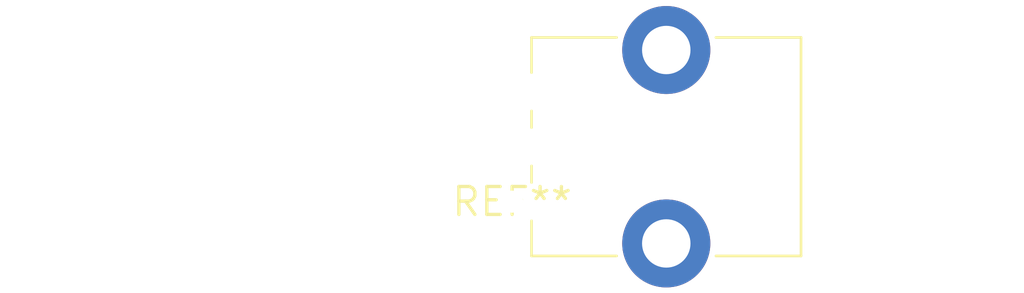
<source format=kicad_pcb>
(kicad_pcb (version 20240108) (generator pcbnew)
  (layers (0 "F.Cu" signal) (31 "B.Cu" signal) (34 "B.Paste" user) (35 "F.Paste" user) (36 "B.SilkS" user "B.Silkscreen") (37 "F.SilkS" user "F.Silkscreen") (38 "B.Mask" user) (39 "F.Mask" user) (44 "Edge.Cuts" user))
  (net 0 "")
  (footprint "Potentiometer_Bourns_PTV09A-1_Single_Vertical" (layer "F.Cu") (at 0 0)
    (property "Reference" "REF**")
    (property "Value" "Potentiometer_Bourns_PTV09A-1_Single_Vertical")
    (fp_line (start 0.88 -7.47) (end 0.88 -5.871) (layer "F.SilkS") (stroke (width 0.12)))
    (fp_line (start 0.88 -7.47) (end 4.745 -7.47) (layer "F.SilkS") (stroke (width 0.12)))
    (fp_line (start 0.88 -4.129) (end 0.88 -3.37) (layer "F.SilkS") (stroke (width 0.12)))
    (fp_line (start 0.88 -1.629) (end 0.88 -0.87) (layer "F.SilkS") (stroke (width 0.12)))
    (fp_line (start 0.88 0.87) (end 0.88 2.47) (layer "F.SilkS") (stroke (width 0.12)))
    (fp_line (start 0.88 2.47) (end 4.745 2.47) (layer "F.SilkS") (stroke (width 0.12)))
    (fp_line (start 9.255 -7.47) (end 13.12 -7.47) (layer "F.SilkS") (stroke (width 0.12)))
    (fp_line (start 9.255 2.47) (end 13.12 2.47) (layer "F.SilkS") (stroke (width 0.12)))
    (fp_line (start 13.12 -7.47) (end 13.12 2.47) (layer "F.SilkS") (stroke (width 0.12)))
    (pad "" np_thru_hole circle (at 7 -6.9) (size 4 4) (drill 2.2) (layers F&B.Cu *.Mask))
    (pad "" np_thru_hole circle (at 7 1.9) (size 4 4) (drill 2.2) (layers F&B.Cu *.Mask))
    (pad "1" thru_hole circle (at 0 0) (size 1.8 1.8) (drill 1) (layers *.Cu *.Mask) (remove_unused_layers))
    (pad "2" thru_hole circle (at 0 -2.5) (size 1.8 1.8) (drill 1) (layers *.Cu *.Mask) (remove_unused_layers))
    (pad "3" thru_hole circle (at 0 -5) (size 1.8 1.8) (drill 1) (layers *.Cu *.Mask) (remove_unused_layers))
  )
)
</source>
